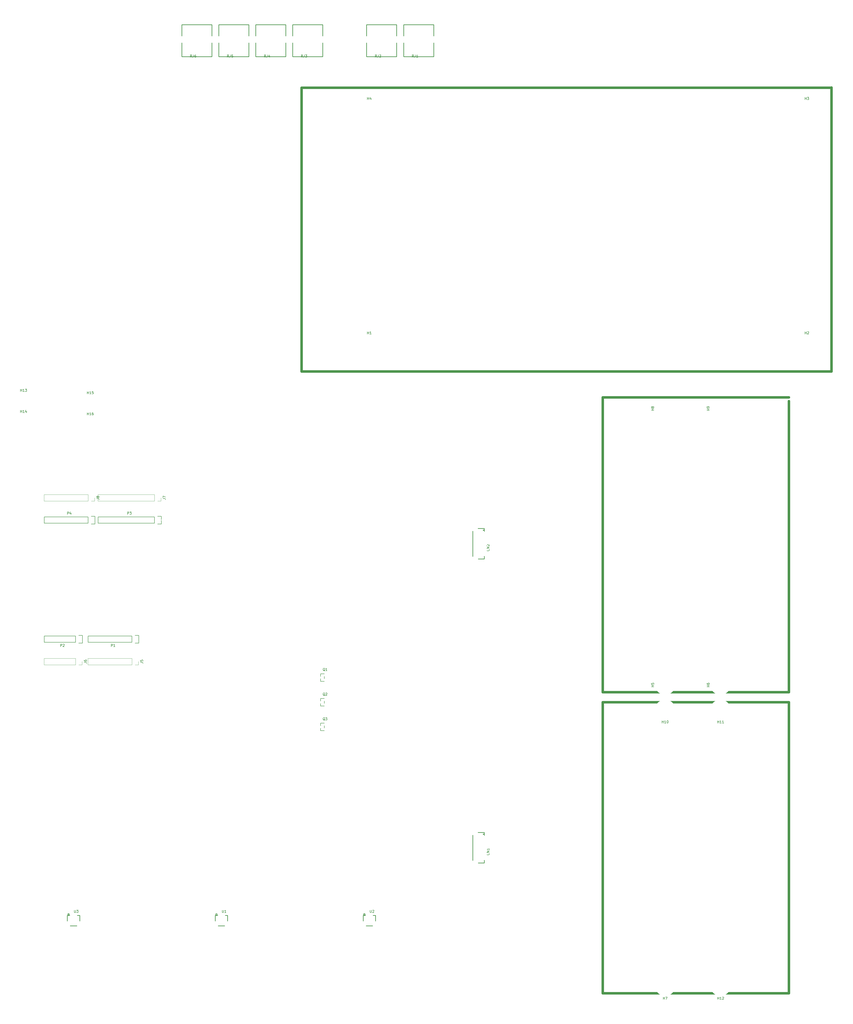
<source format=gto>
G04 #@! TF.GenerationSoftware,KiCad,Pcbnew,(5.1.9)-1*
G04 #@! TF.CreationDate,2022-01-25T19:13:17-07:00*
G04 #@! TF.ProjectId,Lifting_Mech_PCB_Mount,4c696674-696e-4675-9f4d-6563685f5043,rev?*
G04 #@! TF.SameCoordinates,Original*
G04 #@! TF.FileFunction,Legend,Top*
G04 #@! TF.FilePolarity,Positive*
%FSLAX46Y46*%
G04 Gerber Fmt 4.6, Leading zero omitted, Abs format (unit mm)*
G04 Created by KiCad (PCBNEW (5.1.9)-1) date 2022-01-25 19:13:17*
%MOMM*%
%LPD*%
G01*
G04 APERTURE LIST*
%ADD10C,1.000000*%
%ADD11C,0.150000*%
%ADD12C,0.254000*%
%ADD13C,0.152000*%
%ADD14C,0.120000*%
%ADD15C,8.000000*%
%ADD16C,7.000000*%
%ADD17R,0.600000X1.550000*%
%ADD18R,1.500000X2.000000*%
%ADD19R,1.250000X0.700000*%
%ADD20C,2.400000*%
%ADD21C,1.600000*%
%ADD22R,1.600000X1.600000*%
%ADD23O,1.727200X2.032000*%
%ADD24C,4.064000*%
%ADD25R,1.700000X0.600000*%
%ADD26R,1.800000X1.200000*%
%ADD27C,9.200000*%
%ADD28R,1.700000X1.700000*%
%ADD29O,1.700000X1.700000*%
G04 APERTURE END LIST*
D10*
X152500000Y-138000000D02*
X152500000Y-23000000D01*
X367498000Y-22965000D02*
X367500000Y-138000000D01*
D11*
X367498000Y-23065000D02*
X367498000Y-22965000D01*
D10*
X152500000Y-138000000D02*
X367500000Y-138000000D01*
X152500000Y-23000000D02*
X367500000Y-23000000D01*
X350200000Y-268000000D02*
X350200000Y-150000000D01*
X350200000Y-390000000D02*
X350200000Y-272000000D01*
X274700000Y-390000000D02*
X350200000Y-390000000D01*
X274700000Y-148500000D02*
X350200000Y-148500000D01*
X274700000Y-272000000D02*
X350200000Y-272000000D01*
X274700000Y-268000000D02*
X350200000Y-268000000D01*
X274700000Y-268000000D02*
X274700000Y-148500000D01*
X274700000Y-390000000D02*
X274700000Y-272000000D01*
D12*
X57500000Y-358387000D02*
X58469000Y-358387000D01*
X61531000Y-358387000D02*
X62500000Y-358387000D01*
X62500000Y-358387000D02*
X62500000Y-360706000D01*
X57630000Y-358387000D02*
X57500000Y-358387000D01*
X57500000Y-358387000D02*
X57500000Y-360706000D01*
X58681000Y-362637000D02*
X61319000Y-362637000D01*
X58316000Y-358000000D02*
G75*
G03*
X58316000Y-358000000I-316000J0D01*
G01*
X177500000Y-358387000D02*
X178469000Y-358387000D01*
X181531000Y-358387000D02*
X182500000Y-358387000D01*
X182500000Y-358387000D02*
X182500000Y-360706000D01*
X177630000Y-358387000D02*
X177500000Y-358387000D01*
X177500000Y-358387000D02*
X177500000Y-360706000D01*
X178681000Y-362637000D02*
X181319000Y-362637000D01*
X178316000Y-358000000D02*
G75*
G03*
X178316000Y-358000000I-316000J0D01*
G01*
X117500000Y-358387000D02*
X118469000Y-358387000D01*
X121531000Y-358387000D02*
X122500000Y-358387000D01*
X122500000Y-358387000D02*
X122500000Y-360706000D01*
X117630000Y-358387000D02*
X117500000Y-358387000D01*
X117500000Y-358387000D02*
X117500000Y-360706000D01*
X118681000Y-362637000D02*
X121319000Y-362637000D01*
X118316000Y-358000000D02*
G75*
G03*
X118316000Y-358000000I-316000J0D01*
G01*
D13*
X161726000Y-280474000D02*
X160274000Y-280474000D01*
X160274000Y-280474000D02*
X160274000Y-281505000D01*
X161726000Y-283526000D02*
X160274000Y-283526000D01*
X160274000Y-283526000D02*
X160274000Y-282495000D01*
X161726000Y-281545000D02*
X161726000Y-282455000D01*
X161726000Y-270474000D02*
X160274000Y-270474000D01*
X160274000Y-270474000D02*
X160274000Y-271505000D01*
X161726000Y-273526000D02*
X160274000Y-273526000D01*
X160274000Y-273526000D02*
X160274000Y-272495000D01*
X161726000Y-271545000D02*
X161726000Y-272455000D01*
X161726000Y-260474000D02*
X160274000Y-260474000D01*
X160274000Y-260474000D02*
X160274000Y-261505000D01*
X161726000Y-263526000D02*
X160274000Y-263526000D01*
X160274000Y-263526000D02*
X160274000Y-262495000D01*
X161726000Y-261545000D02*
X161726000Y-262455000D01*
D12*
X103900000Y-2030000D02*
X103900000Y2570000D01*
X116100000Y2570000D02*
X116100000Y-2030000D01*
X116100000Y-10430000D02*
X103900000Y-10430000D01*
X116100000Y2570000D02*
X103900000Y2570000D01*
X116100000Y-4830000D02*
X116100000Y-10430000D01*
X103900000Y-10430000D02*
X103900000Y-4830000D01*
X118900000Y-2030000D02*
X118900000Y2570000D01*
X131100000Y2570000D02*
X131100000Y-2030000D01*
X131100000Y-10430000D02*
X118900000Y-10430000D01*
X131100000Y2570000D02*
X118900000Y2570000D01*
X131100000Y-4830000D02*
X131100000Y-10430000D01*
X118900000Y-10430000D02*
X118900000Y-4830000D01*
X133900000Y-2030000D02*
X133900000Y2570000D01*
X146100000Y2570000D02*
X146100000Y-2030000D01*
X146100000Y-10430000D02*
X133900000Y-10430000D01*
X146100000Y2570000D02*
X133900000Y2570000D01*
X146100000Y-4830000D02*
X146100000Y-10430000D01*
X133900000Y-10430000D02*
X133900000Y-4830000D01*
X148900000Y-2030000D02*
X148900000Y2570000D01*
X161100000Y2570000D02*
X161100000Y-2030000D01*
X161100000Y-10430000D02*
X148900000Y-10430000D01*
X161100000Y2570000D02*
X148900000Y2570000D01*
X161100000Y-4830000D02*
X161100000Y-10430000D01*
X148900000Y-10430000D02*
X148900000Y-4830000D01*
X178900000Y-2030000D02*
X178900000Y2570000D01*
X191100000Y2570000D02*
X191100000Y-2030000D01*
X191100000Y-10430000D02*
X178900000Y-10430000D01*
X191100000Y2570000D02*
X178900000Y2570000D01*
X191100000Y-4830000D02*
X191100000Y-10430000D01*
X178900000Y-10430000D02*
X178900000Y-4830000D01*
X193900000Y-2030000D02*
X193900000Y2570000D01*
X206100000Y2570000D02*
X206100000Y-2030000D01*
X206100000Y-10430000D02*
X193900000Y-10430000D01*
X206100000Y2570000D02*
X193900000Y2570000D01*
X206100000Y-4830000D02*
X206100000Y-10430000D01*
X193900000Y-10430000D02*
X193900000Y-4830000D01*
D11*
X86518000Y-248035000D02*
X86518000Y-244935000D01*
X84968000Y-248035000D02*
X86518000Y-248035000D01*
X83698000Y-245215000D02*
X83698000Y-247755000D01*
X86518000Y-244935000D02*
X84968000Y-244935000D01*
X65918000Y-247755000D02*
X83698000Y-247755000D01*
X65918000Y-245215000D02*
X65918000Y-247755000D01*
X83698000Y-245215000D02*
X65918000Y-245215000D01*
X63658000Y-248035000D02*
X63658000Y-244935000D01*
X62108000Y-248035000D02*
X63658000Y-248035000D01*
X60838000Y-245215000D02*
X60838000Y-247755000D01*
X63658000Y-244935000D02*
X62108000Y-244935000D01*
X48138000Y-247755000D02*
X60838000Y-247755000D01*
X48138000Y-245215000D02*
X48138000Y-247755000D01*
X60838000Y-245215000D02*
X48138000Y-245215000D01*
X95662000Y-199775000D02*
X95662000Y-196675000D01*
X94112000Y-199775000D02*
X95662000Y-199775000D01*
X92842000Y-196955000D02*
X92842000Y-199495000D01*
X95662000Y-196675000D02*
X94112000Y-196675000D01*
X69982000Y-199495000D02*
X92842000Y-199495000D01*
X69982000Y-196955000D02*
X69982000Y-199495000D01*
X92842000Y-196955000D02*
X69982000Y-196955000D01*
X68738000Y-199775000D02*
X68738000Y-196675000D01*
X67188000Y-199775000D02*
X68738000Y-199775000D01*
X65918000Y-196955000D02*
X65918000Y-199495000D01*
X68738000Y-196675000D02*
X67188000Y-196675000D01*
X48138000Y-199495000D02*
X65918000Y-199495000D01*
X48138000Y-196955000D02*
X48138000Y-199495000D01*
X65918000Y-196955000D02*
X48138000Y-196955000D01*
D12*
X226630000Y-336031000D02*
X226630000Y-337140000D01*
X226630000Y-337140000D02*
X224193000Y-337140000D01*
X224090000Y-324800000D02*
X226630000Y-324800000D01*
X226630000Y-324800000D02*
X226630000Y-325969000D01*
X221952000Y-336108000D02*
X221952000Y-325892000D01*
X226437000Y-325500000D02*
G75*
G03*
X226437000Y-325500000I-125000J0D01*
G01*
X226437000Y-202300000D02*
G75*
G03*
X226437000Y-202300000I-125000J0D01*
G01*
X221952000Y-212908000D02*
X221952000Y-202692000D01*
X226630000Y-201600000D02*
X226630000Y-202769000D01*
X224090000Y-201600000D02*
X226630000Y-201600000D01*
X226630000Y-213940000D02*
X224193000Y-213940000D01*
X226630000Y-212831000D02*
X226630000Y-213940000D01*
D14*
X86298000Y-255530000D02*
X86298000Y-256860000D01*
X86298000Y-256860000D02*
X84968000Y-256860000D01*
X83698000Y-256860000D02*
X65858000Y-256860000D01*
X65858000Y-254200000D02*
X65858000Y-256860000D01*
X83698000Y-254200000D02*
X65858000Y-254200000D01*
X83698000Y-254200000D02*
X83698000Y-256860000D01*
X63438000Y-255530000D02*
X63438000Y-256860000D01*
X63438000Y-256860000D02*
X62108000Y-256860000D01*
X60838000Y-256860000D02*
X48078000Y-256860000D01*
X48078000Y-254200000D02*
X48078000Y-256860000D01*
X60838000Y-254200000D02*
X48078000Y-254200000D01*
X60838000Y-254200000D02*
X60838000Y-256860000D01*
X95442000Y-189180000D02*
X95442000Y-190510000D01*
X95442000Y-190510000D02*
X94112000Y-190510000D01*
X92842000Y-190510000D02*
X69922000Y-190510000D01*
X69922000Y-187850000D02*
X69922000Y-190510000D01*
X92842000Y-187850000D02*
X69922000Y-187850000D01*
X92842000Y-187850000D02*
X92842000Y-190510000D01*
X65918000Y-187850000D02*
X65918000Y-190510000D01*
X65918000Y-187850000D02*
X48078000Y-187850000D01*
X48078000Y-187850000D02*
X48078000Y-190510000D01*
X65918000Y-190510000D02*
X48078000Y-190510000D01*
X68518000Y-190510000D02*
X67188000Y-190510000D01*
X68518000Y-189180000D02*
X68518000Y-190510000D01*
D11*
X295452380Y-153761904D02*
X294452380Y-153761904D01*
X294928571Y-153761904D02*
X294928571Y-153190476D01*
X295452380Y-153190476D02*
X294452380Y-153190476D01*
X294880952Y-152571428D02*
X294833333Y-152666666D01*
X294785714Y-152714285D01*
X294690476Y-152761904D01*
X294642857Y-152761904D01*
X294547619Y-152714285D01*
X294500000Y-152666666D01*
X294452380Y-152571428D01*
X294452380Y-152380952D01*
X294500000Y-152285714D01*
X294547619Y-152238095D01*
X294642857Y-152190476D01*
X294690476Y-152190476D01*
X294785714Y-152238095D01*
X294833333Y-152285714D01*
X294880952Y-152380952D01*
X294880952Y-152571428D01*
X294928571Y-152666666D01*
X294976190Y-152714285D01*
X295071428Y-152761904D01*
X295261904Y-152761904D01*
X295357142Y-152714285D01*
X295404761Y-152666666D01*
X295452380Y-152571428D01*
X295452380Y-152380952D01*
X295404761Y-152285714D01*
X295357142Y-152238095D01*
X295261904Y-152190476D01*
X295071428Y-152190476D01*
X294976190Y-152238095D01*
X294928571Y-152285714D01*
X294880952Y-152380952D01*
X65559904Y-155637380D02*
X65559904Y-154637380D01*
X65559904Y-155113571D02*
X66131333Y-155113571D01*
X66131333Y-155637380D02*
X66131333Y-154637380D01*
X67131333Y-155637380D02*
X66559904Y-155637380D01*
X66845619Y-155637380D02*
X66845619Y-154637380D01*
X66750380Y-154780238D01*
X66655142Y-154875476D01*
X66559904Y-154923095D01*
X67988476Y-154637380D02*
X67798000Y-154637380D01*
X67702761Y-154685000D01*
X67655142Y-154732619D01*
X67559904Y-154875476D01*
X67512285Y-155065952D01*
X67512285Y-155446904D01*
X67559904Y-155542142D01*
X67607523Y-155589761D01*
X67702761Y-155637380D01*
X67893238Y-155637380D01*
X67988476Y-155589761D01*
X68036095Y-155542142D01*
X68083714Y-155446904D01*
X68083714Y-155208809D01*
X68036095Y-155113571D01*
X67988476Y-155065952D01*
X67893238Y-155018333D01*
X67702761Y-155018333D01*
X67607523Y-155065952D01*
X67559904Y-155113571D01*
X67512285Y-155208809D01*
X65559904Y-147087380D02*
X65559904Y-146087380D01*
X65559904Y-146563571D02*
X66131333Y-146563571D01*
X66131333Y-147087380D02*
X66131333Y-146087380D01*
X67131333Y-147087380D02*
X66559904Y-147087380D01*
X66845619Y-147087380D02*
X66845619Y-146087380D01*
X66750380Y-146230238D01*
X66655142Y-146325476D01*
X66559904Y-146373095D01*
X68036095Y-146087380D02*
X67559904Y-146087380D01*
X67512285Y-146563571D01*
X67559904Y-146515952D01*
X67655142Y-146468333D01*
X67893238Y-146468333D01*
X67988476Y-146515952D01*
X68036095Y-146563571D01*
X68083714Y-146658809D01*
X68083714Y-146896904D01*
X68036095Y-146992142D01*
X67988476Y-147039761D01*
X67893238Y-147087380D01*
X67655142Y-147087380D01*
X67559904Y-147039761D01*
X67512285Y-146992142D01*
X38509904Y-154637380D02*
X38509904Y-153637380D01*
X38509904Y-154113571D02*
X39081333Y-154113571D01*
X39081333Y-154637380D02*
X39081333Y-153637380D01*
X40081333Y-154637380D02*
X39509904Y-154637380D01*
X39795619Y-154637380D02*
X39795619Y-153637380D01*
X39700380Y-153780238D01*
X39605142Y-153875476D01*
X39509904Y-153923095D01*
X40938476Y-153970714D02*
X40938476Y-154637380D01*
X40700380Y-153589761D02*
X40462285Y-154304047D01*
X41081333Y-154304047D01*
X38509904Y-146087380D02*
X38509904Y-145087380D01*
X38509904Y-145563571D02*
X39081333Y-145563571D01*
X39081333Y-146087380D02*
X39081333Y-145087380D01*
X40081333Y-146087380D02*
X39509904Y-146087380D01*
X39795619Y-146087380D02*
X39795619Y-145087380D01*
X39700380Y-145230238D01*
X39605142Y-145325476D01*
X39509904Y-145373095D01*
X40414666Y-145087380D02*
X41033714Y-145087380D01*
X40700380Y-145468333D01*
X40843238Y-145468333D01*
X40938476Y-145515952D01*
X40986095Y-145563571D01*
X41033714Y-145658809D01*
X41033714Y-145896904D01*
X40986095Y-145992142D01*
X40938476Y-146039761D01*
X40843238Y-146087380D01*
X40557523Y-146087380D01*
X40462285Y-146039761D01*
X40414666Y-145992142D01*
X60335595Y-356245380D02*
X60335595Y-357054904D01*
X60383214Y-357150142D01*
X60430833Y-357197761D01*
X60526071Y-357245380D01*
X60716547Y-357245380D01*
X60811785Y-357197761D01*
X60859404Y-357150142D01*
X60907023Y-357054904D01*
X60907023Y-356245380D01*
X61287976Y-356245380D02*
X61907023Y-356245380D01*
X61573690Y-356626333D01*
X61716547Y-356626333D01*
X61811785Y-356673952D01*
X61859404Y-356721571D01*
X61907023Y-356816809D01*
X61907023Y-357054904D01*
X61859404Y-357150142D01*
X61811785Y-357197761D01*
X61716547Y-357245380D01*
X61430833Y-357245380D01*
X61335595Y-357197761D01*
X61287976Y-357150142D01*
X180335595Y-356245380D02*
X180335595Y-357054904D01*
X180383214Y-357150142D01*
X180430833Y-357197761D01*
X180526071Y-357245380D01*
X180716547Y-357245380D01*
X180811785Y-357197761D01*
X180859404Y-357150142D01*
X180907023Y-357054904D01*
X180907023Y-356245380D01*
X181335595Y-356340619D02*
X181383214Y-356293000D01*
X181478452Y-356245380D01*
X181716547Y-356245380D01*
X181811785Y-356293000D01*
X181859404Y-356340619D01*
X181907023Y-356435857D01*
X181907023Y-356531095D01*
X181859404Y-356673952D01*
X181287976Y-357245380D01*
X181907023Y-357245380D01*
X120335595Y-356245380D02*
X120335595Y-357054904D01*
X120383214Y-357150142D01*
X120430833Y-357197761D01*
X120526071Y-357245380D01*
X120716547Y-357245380D01*
X120811785Y-357197761D01*
X120859404Y-357150142D01*
X120907023Y-357054904D01*
X120907023Y-356245380D01*
X121907023Y-357245380D02*
X121335595Y-357245380D01*
X121621309Y-357245380D02*
X121621309Y-356245380D01*
X121526071Y-356388238D01*
X121430833Y-356483476D01*
X121335595Y-356531095D01*
X162002261Y-279340619D02*
X161907023Y-279293000D01*
X161811785Y-279197761D01*
X161668928Y-279054904D01*
X161573690Y-279007285D01*
X161478452Y-279007285D01*
X161526071Y-279245380D02*
X161430833Y-279197761D01*
X161335595Y-279102523D01*
X161287976Y-278912047D01*
X161287976Y-278578714D01*
X161335595Y-278388238D01*
X161430833Y-278293000D01*
X161526071Y-278245380D01*
X161716547Y-278245380D01*
X161811785Y-278293000D01*
X161907023Y-278388238D01*
X161954642Y-278578714D01*
X161954642Y-278912047D01*
X161907023Y-279102523D01*
X161811785Y-279197761D01*
X161716547Y-279245380D01*
X161526071Y-279245380D01*
X162287976Y-278245380D02*
X162907023Y-278245380D01*
X162573690Y-278626333D01*
X162716547Y-278626333D01*
X162811785Y-278673952D01*
X162859404Y-278721571D01*
X162907023Y-278816809D01*
X162907023Y-279054904D01*
X162859404Y-279150142D01*
X162811785Y-279197761D01*
X162716547Y-279245380D01*
X162430833Y-279245380D01*
X162335595Y-279197761D01*
X162287976Y-279150142D01*
X162002261Y-269340619D02*
X161907023Y-269293000D01*
X161811785Y-269197761D01*
X161668928Y-269054904D01*
X161573690Y-269007285D01*
X161478452Y-269007285D01*
X161526071Y-269245380D02*
X161430833Y-269197761D01*
X161335595Y-269102523D01*
X161287976Y-268912047D01*
X161287976Y-268578714D01*
X161335595Y-268388238D01*
X161430833Y-268293000D01*
X161526071Y-268245380D01*
X161716547Y-268245380D01*
X161811785Y-268293000D01*
X161907023Y-268388238D01*
X161954642Y-268578714D01*
X161954642Y-268912047D01*
X161907023Y-269102523D01*
X161811785Y-269197761D01*
X161716547Y-269245380D01*
X161526071Y-269245380D01*
X162335595Y-268340619D02*
X162383214Y-268293000D01*
X162478452Y-268245380D01*
X162716547Y-268245380D01*
X162811785Y-268293000D01*
X162859404Y-268340619D01*
X162907023Y-268435857D01*
X162907023Y-268531095D01*
X162859404Y-268673952D01*
X162287976Y-269245380D01*
X162907023Y-269245380D01*
X162002261Y-259340619D02*
X161907023Y-259293000D01*
X161811785Y-259197761D01*
X161668928Y-259054904D01*
X161573690Y-259007285D01*
X161478452Y-259007285D01*
X161526071Y-259245380D02*
X161430833Y-259197761D01*
X161335595Y-259102523D01*
X161287976Y-258912047D01*
X161287976Y-258578714D01*
X161335595Y-258388238D01*
X161430833Y-258293000D01*
X161526071Y-258245380D01*
X161716547Y-258245380D01*
X161811785Y-258293000D01*
X161907023Y-258388238D01*
X161954642Y-258578714D01*
X161954642Y-258912047D01*
X161907023Y-259102523D01*
X161811785Y-259197761D01*
X161716547Y-259245380D01*
X161526071Y-259245380D01*
X162907023Y-259245380D02*
X162335595Y-259245380D01*
X162621309Y-259245380D02*
X162621309Y-258245380D01*
X162526071Y-258388238D01*
X162430833Y-258483476D01*
X162335595Y-258531095D01*
X107997738Y-10659380D02*
X107664404Y-10183190D01*
X107426309Y-10659380D02*
X107426309Y-9659380D01*
X107807261Y-9659380D01*
X107902500Y-9707000D01*
X107950119Y-9754619D01*
X107997738Y-9849857D01*
X107997738Y-9992714D01*
X107950119Y-10087952D01*
X107902500Y-10135571D01*
X107807261Y-10183190D01*
X107426309Y-10183190D01*
X108712023Y-9659380D02*
X108712023Y-10373666D01*
X108664404Y-10516523D01*
X108569166Y-10611761D01*
X108426309Y-10659380D01*
X108331071Y-10659380D01*
X109616785Y-9659380D02*
X109426309Y-9659380D01*
X109331071Y-9707000D01*
X109283452Y-9754619D01*
X109188214Y-9897476D01*
X109140595Y-10087952D01*
X109140595Y-10468904D01*
X109188214Y-10564142D01*
X109235833Y-10611761D01*
X109331071Y-10659380D01*
X109521547Y-10659380D01*
X109616785Y-10611761D01*
X109664404Y-10564142D01*
X109712023Y-10468904D01*
X109712023Y-10230809D01*
X109664404Y-10135571D01*
X109616785Y-10087952D01*
X109521547Y-10040333D01*
X109331071Y-10040333D01*
X109235833Y-10087952D01*
X109188214Y-10135571D01*
X109140595Y-10230809D01*
X122997738Y-10659380D02*
X122664404Y-10183190D01*
X122426309Y-10659380D02*
X122426309Y-9659380D01*
X122807261Y-9659380D01*
X122902500Y-9707000D01*
X122950119Y-9754619D01*
X122997738Y-9849857D01*
X122997738Y-9992714D01*
X122950119Y-10087952D01*
X122902500Y-10135571D01*
X122807261Y-10183190D01*
X122426309Y-10183190D01*
X123712023Y-9659380D02*
X123712023Y-10373666D01*
X123664404Y-10516523D01*
X123569166Y-10611761D01*
X123426309Y-10659380D01*
X123331071Y-10659380D01*
X124664404Y-9659380D02*
X124188214Y-9659380D01*
X124140595Y-10135571D01*
X124188214Y-10087952D01*
X124283452Y-10040333D01*
X124521547Y-10040333D01*
X124616785Y-10087952D01*
X124664404Y-10135571D01*
X124712023Y-10230809D01*
X124712023Y-10468904D01*
X124664404Y-10564142D01*
X124616785Y-10611761D01*
X124521547Y-10659380D01*
X124283452Y-10659380D01*
X124188214Y-10611761D01*
X124140595Y-10564142D01*
X137997738Y-10659380D02*
X137664404Y-10183190D01*
X137426309Y-10659380D02*
X137426309Y-9659380D01*
X137807261Y-9659380D01*
X137902500Y-9707000D01*
X137950119Y-9754619D01*
X137997738Y-9849857D01*
X137997738Y-9992714D01*
X137950119Y-10087952D01*
X137902500Y-10135571D01*
X137807261Y-10183190D01*
X137426309Y-10183190D01*
X138712023Y-9659380D02*
X138712023Y-10373666D01*
X138664404Y-10516523D01*
X138569166Y-10611761D01*
X138426309Y-10659380D01*
X138331071Y-10659380D01*
X139616785Y-9992714D02*
X139616785Y-10659380D01*
X139378690Y-9611761D02*
X139140595Y-10326047D01*
X139759642Y-10326047D01*
X152997738Y-10659380D02*
X152664404Y-10183190D01*
X152426309Y-10659380D02*
X152426309Y-9659380D01*
X152807261Y-9659380D01*
X152902500Y-9707000D01*
X152950119Y-9754619D01*
X152997738Y-9849857D01*
X152997738Y-9992714D01*
X152950119Y-10087952D01*
X152902500Y-10135571D01*
X152807261Y-10183190D01*
X152426309Y-10183190D01*
X153712023Y-9659380D02*
X153712023Y-10373666D01*
X153664404Y-10516523D01*
X153569166Y-10611761D01*
X153426309Y-10659380D01*
X153331071Y-10659380D01*
X154092976Y-9659380D02*
X154712023Y-9659380D01*
X154378690Y-10040333D01*
X154521547Y-10040333D01*
X154616785Y-10087952D01*
X154664404Y-10135571D01*
X154712023Y-10230809D01*
X154712023Y-10468904D01*
X154664404Y-10564142D01*
X154616785Y-10611761D01*
X154521547Y-10659380D01*
X154235833Y-10659380D01*
X154140595Y-10611761D01*
X154092976Y-10564142D01*
X182997738Y-10659380D02*
X182664404Y-10183190D01*
X182426309Y-10659380D02*
X182426309Y-9659380D01*
X182807261Y-9659380D01*
X182902500Y-9707000D01*
X182950119Y-9754619D01*
X182997738Y-9849857D01*
X182997738Y-9992714D01*
X182950119Y-10087952D01*
X182902500Y-10135571D01*
X182807261Y-10183190D01*
X182426309Y-10183190D01*
X183712023Y-9659380D02*
X183712023Y-10373666D01*
X183664404Y-10516523D01*
X183569166Y-10611761D01*
X183426309Y-10659380D01*
X183331071Y-10659380D01*
X184140595Y-9754619D02*
X184188214Y-9707000D01*
X184283452Y-9659380D01*
X184521547Y-9659380D01*
X184616785Y-9707000D01*
X184664404Y-9754619D01*
X184712023Y-9849857D01*
X184712023Y-9945095D01*
X184664404Y-10087952D01*
X184092976Y-10659380D01*
X184712023Y-10659380D01*
X197997738Y-10659380D02*
X197664404Y-10183190D01*
X197426309Y-10659380D02*
X197426309Y-9659380D01*
X197807261Y-9659380D01*
X197902500Y-9707000D01*
X197950119Y-9754619D01*
X197997738Y-9849857D01*
X197997738Y-9992714D01*
X197950119Y-10087952D01*
X197902500Y-10135571D01*
X197807261Y-10183190D01*
X197426309Y-10183190D01*
X198712023Y-9659380D02*
X198712023Y-10373666D01*
X198664404Y-10516523D01*
X198569166Y-10611761D01*
X198426309Y-10659380D01*
X198331071Y-10659380D01*
X199712023Y-10659380D02*
X199140595Y-10659380D01*
X199426309Y-10659380D02*
X199426309Y-9659380D01*
X199331071Y-9802238D01*
X199235833Y-9897476D01*
X199140595Y-9945095D01*
X75339904Y-249477380D02*
X75339904Y-248477380D01*
X75720857Y-248477380D01*
X75816095Y-248525000D01*
X75863714Y-248572619D01*
X75911333Y-248667857D01*
X75911333Y-248810714D01*
X75863714Y-248905952D01*
X75816095Y-248953571D01*
X75720857Y-249001190D01*
X75339904Y-249001190D01*
X76863714Y-249477380D02*
X76292285Y-249477380D01*
X76578000Y-249477380D02*
X76578000Y-248477380D01*
X76482761Y-248620238D01*
X76387523Y-248715476D01*
X76292285Y-248763095D01*
X54765904Y-249477380D02*
X54765904Y-248477380D01*
X55146857Y-248477380D01*
X55242095Y-248525000D01*
X55289714Y-248572619D01*
X55337333Y-248667857D01*
X55337333Y-248810714D01*
X55289714Y-248905952D01*
X55242095Y-248953571D01*
X55146857Y-249001190D01*
X54765904Y-249001190D01*
X55718285Y-248572619D02*
X55765904Y-248525000D01*
X55861142Y-248477380D01*
X56099238Y-248477380D01*
X56194476Y-248525000D01*
X56242095Y-248572619D01*
X56289714Y-248667857D01*
X56289714Y-248763095D01*
X56242095Y-248905952D01*
X55670666Y-249477380D01*
X56289714Y-249477380D01*
X81943904Y-195883380D02*
X81943904Y-194883380D01*
X82324857Y-194883380D01*
X82420095Y-194931000D01*
X82467714Y-194978619D01*
X82515333Y-195073857D01*
X82515333Y-195216714D01*
X82467714Y-195311952D01*
X82420095Y-195359571D01*
X82324857Y-195407190D01*
X81943904Y-195407190D01*
X82848666Y-194883380D02*
X83467714Y-194883380D01*
X83134380Y-195264333D01*
X83277238Y-195264333D01*
X83372476Y-195311952D01*
X83420095Y-195359571D01*
X83467714Y-195454809D01*
X83467714Y-195692904D01*
X83420095Y-195788142D01*
X83372476Y-195835761D01*
X83277238Y-195883380D01*
X82991523Y-195883380D01*
X82896285Y-195835761D01*
X82848666Y-195788142D01*
X57559904Y-195883380D02*
X57559904Y-194883380D01*
X57940857Y-194883380D01*
X58036095Y-194931000D01*
X58083714Y-194978619D01*
X58131333Y-195073857D01*
X58131333Y-195216714D01*
X58083714Y-195311952D01*
X58036095Y-195359571D01*
X57940857Y-195407190D01*
X57559904Y-195407190D01*
X58988476Y-195216714D02*
X58988476Y-195883380D01*
X58750380Y-194835761D02*
X58512285Y-195550047D01*
X59131333Y-195550047D01*
X228564142Y-333287976D02*
X228611761Y-333335595D01*
X228659380Y-333478452D01*
X228659380Y-333573690D01*
X228611761Y-333716547D01*
X228516523Y-333811785D01*
X228421285Y-333859404D01*
X228230809Y-333907023D01*
X228087952Y-333907023D01*
X227897476Y-333859404D01*
X227802238Y-333811785D01*
X227707000Y-333716547D01*
X227659380Y-333573690D01*
X227659380Y-333478452D01*
X227707000Y-333335595D01*
X227754619Y-333287976D01*
X228659380Y-332859404D02*
X227659380Y-332859404D01*
X228659380Y-332287976D01*
X227659380Y-332287976D01*
X228659380Y-331287976D02*
X228659380Y-331859404D01*
X228659380Y-331573690D02*
X227659380Y-331573690D01*
X227802238Y-331668928D01*
X227897476Y-331764166D01*
X227945095Y-331859404D01*
X228564142Y-210087976D02*
X228611761Y-210135595D01*
X228659380Y-210278452D01*
X228659380Y-210373690D01*
X228611761Y-210516547D01*
X228516523Y-210611785D01*
X228421285Y-210659404D01*
X228230809Y-210707023D01*
X228087952Y-210707023D01*
X227897476Y-210659404D01*
X227802238Y-210611785D01*
X227707000Y-210516547D01*
X227659380Y-210373690D01*
X227659380Y-210278452D01*
X227707000Y-210135595D01*
X227754619Y-210087976D01*
X228659380Y-209659404D02*
X227659380Y-209659404D01*
X228659380Y-209087976D01*
X227659380Y-209087976D01*
X227754619Y-208659404D02*
X227707000Y-208611785D01*
X227659380Y-208516547D01*
X227659380Y-208278452D01*
X227707000Y-208183214D01*
X227754619Y-208135595D01*
X227849857Y-208087976D01*
X227945095Y-208087976D01*
X228087952Y-208135595D01*
X228659380Y-208707023D01*
X228659380Y-208087976D01*
X179238095Y-122852380D02*
X179238095Y-121852380D01*
X179238095Y-122328571D02*
X179809523Y-122328571D01*
X179809523Y-122852380D02*
X179809523Y-121852380D01*
X180809523Y-122852380D02*
X180238095Y-122852380D01*
X180523809Y-122852380D02*
X180523809Y-121852380D01*
X180428571Y-121995238D01*
X180333333Y-122090476D01*
X180238095Y-122138095D01*
X356738095Y-122852380D02*
X356738095Y-121852380D01*
X356738095Y-122328571D02*
X357309523Y-122328571D01*
X357309523Y-122852380D02*
X357309523Y-121852380D01*
X357738095Y-121947619D02*
X357785714Y-121900000D01*
X357880952Y-121852380D01*
X358119047Y-121852380D01*
X358214285Y-121900000D01*
X358261904Y-121947619D01*
X358309523Y-122042857D01*
X358309523Y-122138095D01*
X358261904Y-122280952D01*
X357690476Y-122852380D01*
X358309523Y-122852380D01*
X356738095Y-27852380D02*
X356738095Y-26852380D01*
X356738095Y-27328571D02*
X357309523Y-27328571D01*
X357309523Y-27852380D02*
X357309523Y-26852380D01*
X357690476Y-26852380D02*
X358309523Y-26852380D01*
X357976190Y-27233333D01*
X358119047Y-27233333D01*
X358214285Y-27280952D01*
X358261904Y-27328571D01*
X358309523Y-27423809D01*
X358309523Y-27661904D01*
X358261904Y-27757142D01*
X358214285Y-27804761D01*
X358119047Y-27852380D01*
X357833333Y-27852380D01*
X357738095Y-27804761D01*
X357690476Y-27757142D01*
X179238095Y-27852380D02*
X179238095Y-26852380D01*
X179238095Y-27328571D02*
X179809523Y-27328571D01*
X179809523Y-27852380D02*
X179809523Y-26852380D01*
X180714285Y-27185714D02*
X180714285Y-27852380D01*
X180476190Y-26804761D02*
X180238095Y-27519047D01*
X180857142Y-27519047D01*
X295452380Y-265761904D02*
X294452380Y-265761904D01*
X294928571Y-265761904D02*
X294928571Y-265190476D01*
X295452380Y-265190476D02*
X294452380Y-265190476D01*
X294452380Y-264238095D02*
X294452380Y-264714285D01*
X294928571Y-264761904D01*
X294880952Y-264714285D01*
X294833333Y-264619047D01*
X294833333Y-264380952D01*
X294880952Y-264285714D01*
X294928571Y-264238095D01*
X295023809Y-264190476D01*
X295261904Y-264190476D01*
X295357142Y-264238095D01*
X295404761Y-264285714D01*
X295452380Y-264380952D01*
X295452380Y-264619047D01*
X295404761Y-264714285D01*
X295357142Y-264761904D01*
X317952380Y-265761904D02*
X316952380Y-265761904D01*
X317428571Y-265761904D02*
X317428571Y-265190476D01*
X317952380Y-265190476D02*
X316952380Y-265190476D01*
X316952380Y-264285714D02*
X316952380Y-264476190D01*
X317000000Y-264571428D01*
X317047619Y-264619047D01*
X317190476Y-264714285D01*
X317380952Y-264761904D01*
X317761904Y-264761904D01*
X317857142Y-264714285D01*
X317904761Y-264666666D01*
X317952380Y-264571428D01*
X317952380Y-264380952D01*
X317904761Y-264285714D01*
X317857142Y-264238095D01*
X317761904Y-264190476D01*
X317523809Y-264190476D01*
X317428571Y-264238095D01*
X317380952Y-264285714D01*
X317333333Y-264380952D01*
X317333333Y-264571428D01*
X317380952Y-264666666D01*
X317428571Y-264714285D01*
X317523809Y-264761904D01*
X299238095Y-392452380D02*
X299238095Y-391452380D01*
X299238095Y-391928571D02*
X299809523Y-391928571D01*
X299809523Y-392452380D02*
X299809523Y-391452380D01*
X300190476Y-391452380D02*
X300857142Y-391452380D01*
X300428571Y-392452380D01*
X317952380Y-153761904D02*
X316952380Y-153761904D01*
X317428571Y-153761904D02*
X317428571Y-153190476D01*
X317952380Y-153190476D02*
X316952380Y-153190476D01*
X317952380Y-152666666D02*
X317952380Y-152476190D01*
X317904761Y-152380952D01*
X317857142Y-152333333D01*
X317714285Y-152238095D01*
X317523809Y-152190476D01*
X317142857Y-152190476D01*
X317047619Y-152238095D01*
X317000000Y-152285714D01*
X316952380Y-152380952D01*
X316952380Y-152571428D01*
X317000000Y-152666666D01*
X317047619Y-152714285D01*
X317142857Y-152761904D01*
X317380952Y-152761904D01*
X317476190Y-152714285D01*
X317523809Y-152666666D01*
X317571428Y-152571428D01*
X317571428Y-152380952D01*
X317523809Y-152285714D01*
X317476190Y-152238095D01*
X317380952Y-152190476D01*
X298761904Y-280452380D02*
X298761904Y-279452380D01*
X298761904Y-279928571D02*
X299333333Y-279928571D01*
X299333333Y-280452380D02*
X299333333Y-279452380D01*
X300333333Y-280452380D02*
X299761904Y-280452380D01*
X300047619Y-280452380D02*
X300047619Y-279452380D01*
X299952380Y-279595238D01*
X299857142Y-279690476D01*
X299761904Y-279738095D01*
X300952380Y-279452380D02*
X301047619Y-279452380D01*
X301142857Y-279500000D01*
X301190476Y-279547619D01*
X301238095Y-279642857D01*
X301285714Y-279833333D01*
X301285714Y-280071428D01*
X301238095Y-280261904D01*
X301190476Y-280357142D01*
X301142857Y-280404761D01*
X301047619Y-280452380D01*
X300952380Y-280452380D01*
X300857142Y-280404761D01*
X300809523Y-280357142D01*
X300761904Y-280261904D01*
X300714285Y-280071428D01*
X300714285Y-279833333D01*
X300761904Y-279642857D01*
X300809523Y-279547619D01*
X300857142Y-279500000D01*
X300952380Y-279452380D01*
X321261904Y-280452380D02*
X321261904Y-279452380D01*
X321261904Y-279928571D02*
X321833333Y-279928571D01*
X321833333Y-280452380D02*
X321833333Y-279452380D01*
X322833333Y-280452380D02*
X322261904Y-280452380D01*
X322547619Y-280452380D02*
X322547619Y-279452380D01*
X322452380Y-279595238D01*
X322357142Y-279690476D01*
X322261904Y-279738095D01*
X323785714Y-280452380D02*
X323214285Y-280452380D01*
X323500000Y-280452380D02*
X323500000Y-279452380D01*
X323404761Y-279595238D01*
X323309523Y-279690476D01*
X323214285Y-279738095D01*
X321261904Y-392452380D02*
X321261904Y-391452380D01*
X321261904Y-391928571D02*
X321833333Y-391928571D01*
X321833333Y-392452380D02*
X321833333Y-391452380D01*
X322833333Y-392452380D02*
X322261904Y-392452380D01*
X322547619Y-392452380D02*
X322547619Y-391452380D01*
X322452380Y-391595238D01*
X322357142Y-391690476D01*
X322261904Y-391738095D01*
X323214285Y-391547619D02*
X323261904Y-391500000D01*
X323357142Y-391452380D01*
X323595238Y-391452380D01*
X323690476Y-391500000D01*
X323738095Y-391547619D01*
X323785714Y-391642857D01*
X323785714Y-391738095D01*
X323738095Y-391880952D01*
X323166666Y-392452380D01*
X323785714Y-392452380D01*
X87190380Y-255863333D02*
X87904666Y-255863333D01*
X88047523Y-255910952D01*
X88142761Y-256006190D01*
X88190380Y-256149047D01*
X88190380Y-256244285D01*
X87190380Y-254910952D02*
X87190380Y-255387142D01*
X87666571Y-255434761D01*
X87618952Y-255387142D01*
X87571333Y-255291904D01*
X87571333Y-255053809D01*
X87618952Y-254958571D01*
X87666571Y-254910952D01*
X87761809Y-254863333D01*
X87999904Y-254863333D01*
X88095142Y-254910952D01*
X88142761Y-254958571D01*
X88190380Y-255053809D01*
X88190380Y-255291904D01*
X88142761Y-255387142D01*
X88095142Y-255434761D01*
X64330380Y-255863333D02*
X65044666Y-255863333D01*
X65187523Y-255910952D01*
X65282761Y-256006190D01*
X65330380Y-256149047D01*
X65330380Y-256244285D01*
X64330380Y-254958571D02*
X64330380Y-255149047D01*
X64378000Y-255244285D01*
X64425619Y-255291904D01*
X64568476Y-255387142D01*
X64758952Y-255434761D01*
X65139904Y-255434761D01*
X65235142Y-255387142D01*
X65282761Y-255339523D01*
X65330380Y-255244285D01*
X65330380Y-255053809D01*
X65282761Y-254958571D01*
X65235142Y-254910952D01*
X65139904Y-254863333D01*
X64901809Y-254863333D01*
X64806571Y-254910952D01*
X64758952Y-254958571D01*
X64711333Y-255053809D01*
X64711333Y-255244285D01*
X64758952Y-255339523D01*
X64806571Y-255387142D01*
X64901809Y-255434761D01*
X96334380Y-189513333D02*
X97048666Y-189513333D01*
X97191523Y-189560952D01*
X97286761Y-189656190D01*
X97334380Y-189799047D01*
X97334380Y-189894285D01*
X96334380Y-189132380D02*
X96334380Y-188465714D01*
X97334380Y-188894285D01*
X69410380Y-189513333D02*
X70124666Y-189513333D01*
X70267523Y-189560952D01*
X70362761Y-189656190D01*
X70410380Y-189799047D01*
X70410380Y-189894285D01*
X69838952Y-188894285D02*
X69791333Y-188989523D01*
X69743714Y-189037142D01*
X69648476Y-189084761D01*
X69600857Y-189084761D01*
X69505619Y-189037142D01*
X69458000Y-188989523D01*
X69410380Y-188894285D01*
X69410380Y-188703809D01*
X69458000Y-188608571D01*
X69505619Y-188560952D01*
X69600857Y-188513333D01*
X69648476Y-188513333D01*
X69743714Y-188560952D01*
X69791333Y-188608571D01*
X69838952Y-188703809D01*
X69838952Y-188894285D01*
X69886571Y-188989523D01*
X69934190Y-189037142D01*
X70029428Y-189084761D01*
X70219904Y-189084761D01*
X70315142Y-189037142D01*
X70362761Y-188989523D01*
X70410380Y-188894285D01*
X70410380Y-188703809D01*
X70362761Y-188608571D01*
X70315142Y-188560952D01*
X70219904Y-188513333D01*
X70029428Y-188513333D01*
X69934190Y-188560952D01*
X69886571Y-188608571D01*
X69838952Y-188703809D01*
%LPC*%
D15*
X300000000Y-153000000D03*
D16*
X66798000Y-159685000D03*
X66798000Y-151135000D03*
X39748000Y-158685000D03*
X39748000Y-150135000D03*
D17*
X59000000Y-358062000D03*
X60000000Y-358062000D03*
X61000000Y-358062000D03*
D18*
X62300000Y-361938000D03*
X57700000Y-361938000D03*
D17*
X179000000Y-358062000D03*
X180000000Y-358062000D03*
X181000000Y-358062000D03*
D18*
X182300000Y-361938000D03*
X177700000Y-361938000D03*
D17*
X119000000Y-358062000D03*
X120000000Y-358062000D03*
X121000000Y-358062000D03*
D18*
X122300000Y-361938000D03*
X117700000Y-361938000D03*
D19*
X162000000Y-282950000D03*
X162000000Y-281050000D03*
X160000000Y-282000000D03*
X162000000Y-272950000D03*
X162000000Y-271050000D03*
X160000000Y-272000000D03*
X162000000Y-262950000D03*
X162000000Y-261050000D03*
X160000000Y-262000000D03*
D20*
X116000000Y-3430000D03*
X104000000Y-3430000D03*
D21*
X110510000Y-5730000D03*
X109490000Y-8270000D03*
X108470000Y-5730000D03*
D22*
X107450000Y-8270000D03*
D21*
X112550000Y-5730000D03*
X111530000Y-8270000D03*
D20*
X131000000Y-3430000D03*
X119000000Y-3430000D03*
D21*
X125510000Y-5730000D03*
X124490000Y-8270000D03*
X123470000Y-5730000D03*
D22*
X122450000Y-8270000D03*
D21*
X127550000Y-5730000D03*
X126530000Y-8270000D03*
D20*
X146000000Y-3430000D03*
X134000000Y-3430000D03*
D21*
X140510000Y-5730000D03*
X139490000Y-8270000D03*
X138470000Y-5730000D03*
D22*
X137450000Y-8270000D03*
D21*
X142550000Y-5730000D03*
X141530000Y-8270000D03*
D20*
X161000000Y-3430000D03*
X149000000Y-3430000D03*
D21*
X155510000Y-5730000D03*
X154490000Y-8270000D03*
X153470000Y-5730000D03*
D22*
X152450000Y-8270000D03*
D21*
X157550000Y-5730000D03*
X156530000Y-8270000D03*
D20*
X191000000Y-3430000D03*
X179000000Y-3430000D03*
D21*
X185510000Y-5730000D03*
X184490000Y-8270000D03*
X183470000Y-5730000D03*
D22*
X182450000Y-8270000D03*
D21*
X187550000Y-5730000D03*
X186530000Y-8270000D03*
D20*
X206000000Y-3430000D03*
X194000000Y-3430000D03*
D21*
X200510000Y-5730000D03*
X199490000Y-8270000D03*
X198470000Y-5730000D03*
D22*
X197450000Y-8270000D03*
D21*
X202550000Y-5730000D03*
X201530000Y-8270000D03*
D23*
X84968000Y-246485000D03*
X82428000Y-246485000D03*
X79888000Y-246485000D03*
X77348000Y-246485000D03*
X74808000Y-246485000D03*
X72268000Y-246485000D03*
X69728000Y-246485000D03*
X67188000Y-246485000D03*
X62108000Y-246485000D03*
X59568000Y-246485000D03*
X57028000Y-246485000D03*
X54488000Y-246485000D03*
X51948000Y-246485000D03*
X49408000Y-246485000D03*
X94112000Y-198225000D03*
X91572000Y-198225000D03*
X89032000Y-198225000D03*
X86492000Y-198225000D03*
X83952000Y-198225000D03*
X81412000Y-198225000D03*
X78872000Y-198225000D03*
X76332000Y-198225000D03*
X73792000Y-198225000D03*
X71252000Y-198225000D03*
X67188000Y-198225000D03*
X64648000Y-198225000D03*
X62108000Y-198225000D03*
X59568000Y-198225000D03*
X57028000Y-198225000D03*
X54488000Y-198225000D03*
X51948000Y-198225000D03*
X49408000Y-198225000D03*
D24*
X98938000Y-246485000D03*
X46868000Y-241405000D03*
X97668000Y-198225000D03*
X46868000Y-213465000D03*
D25*
X226938000Y-327500000D03*
X226938000Y-326500000D03*
X226937000Y-335500000D03*
X226937000Y-334500000D03*
X226937000Y-333500000D03*
X226937000Y-332500000D03*
X226937000Y-331500000D03*
X226937000Y-330500000D03*
X226937000Y-329500000D03*
X226937000Y-328500000D03*
D26*
X223062000Y-325200000D03*
X223062000Y-336800000D03*
X223062000Y-213600000D03*
X223062000Y-202000000D03*
D25*
X226937000Y-205300000D03*
X226937000Y-206300000D03*
X226937000Y-207300000D03*
X226937000Y-208300000D03*
X226937000Y-209300000D03*
X226937000Y-210300000D03*
X226937000Y-211300000D03*
X226937000Y-212300000D03*
X226938000Y-203300000D03*
X226938000Y-204300000D03*
D27*
X180000000Y-128000000D03*
X357500000Y-128000000D03*
X357500000Y-33000000D03*
X180000000Y-33000000D03*
D15*
X300000000Y-265000000D03*
X322500000Y-265000000D03*
X300000000Y-387000000D03*
X322500000Y-153000000D03*
X300000000Y-275000000D03*
X322500000Y-275000000D03*
X322500000Y-387000000D03*
D28*
X84968000Y-255530000D03*
D29*
X82428000Y-255530000D03*
X79888000Y-255530000D03*
X77348000Y-255530000D03*
X74808000Y-255530000D03*
X72268000Y-255530000D03*
X69728000Y-255530000D03*
X67188000Y-255530000D03*
D28*
X62108000Y-255530000D03*
D29*
X59568000Y-255530000D03*
X57028000Y-255530000D03*
X54488000Y-255530000D03*
X51948000Y-255530000D03*
X49408000Y-255530000D03*
D28*
X94112000Y-189180000D03*
D29*
X91572000Y-189180000D03*
X89032000Y-189180000D03*
X86492000Y-189180000D03*
X83952000Y-189180000D03*
X81412000Y-189180000D03*
X78872000Y-189180000D03*
X76332000Y-189180000D03*
X73792000Y-189180000D03*
X71252000Y-189180000D03*
X49408000Y-189180000D03*
X51948000Y-189180000D03*
X54488000Y-189180000D03*
X57028000Y-189180000D03*
X59568000Y-189180000D03*
X62108000Y-189180000D03*
X64648000Y-189180000D03*
D28*
X67188000Y-189180000D03*
M02*

</source>
